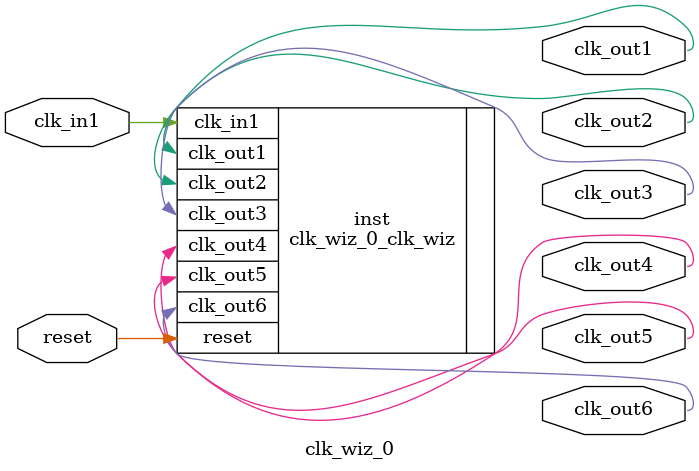
<source format=v>


`timescale 1ps/1ps

(* CORE_GENERATION_INFO = "clk_wiz_0,clk_wiz_v6_0_4_0_0,{component_name=clk_wiz_0,use_phase_alignment=true,use_min_o_jitter=false,use_max_i_jitter=false,use_dyn_phase_shift=false,use_inclk_switchover=false,use_dyn_reconfig=false,enable_axi=0,feedback_source=FDBK_AUTO,PRIMITIVE=MMCM,num_out_clk=6,clkin1_period=10.000,clkin2_period=10.000,use_power_down=false,use_reset=true,use_locked=false,use_inclk_stopped=false,feedback_type=SINGLE,CLOCK_MGR_TYPE=NA,manual_override=false}" *)

module clk_wiz_0 
 (
  // Clock out ports
  output        clk_out1,
  output        clk_out2,
  output        clk_out3,
  output        clk_out4,
  output        clk_out5,
  output        clk_out6,
  // Status and control signals
  input         reset,
 // Clock in ports
  input         clk_in1
 );

  clk_wiz_0_clk_wiz inst
  (
  // Clock out ports  
  .clk_out1(clk_out1),
  .clk_out2(clk_out2),
  .clk_out3(clk_out3),
  .clk_out4(clk_out4),
  .clk_out5(clk_out5),
  .clk_out6(clk_out6),
  // Status and control signals               
  .reset(reset), 
 // Clock in ports
  .clk_in1(clk_in1)
  );

endmodule

</source>
